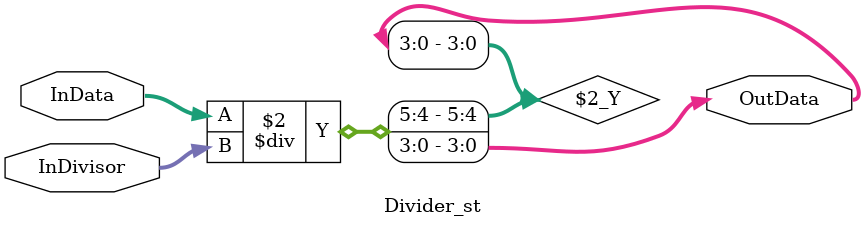
<source format=v>
/*!>
* Divider module
*
*+ Input +* 
* 6bit InData 		- Data source
* 3bit InDivisor	- Divisor value ( Max - decimal 16 )
*
*
*+ Output +* 
*  OutData - Output Data
*
*
<!*/
module Divider_st(
input [5:0] InData,
input [3:0] InDivisor,
output reg[3:0] OutData

);

always @(InData)
	begin
		OutData = InData/InDivisor;		//50/10=5 , ""5""
	end
	
endmodule 
</source>
